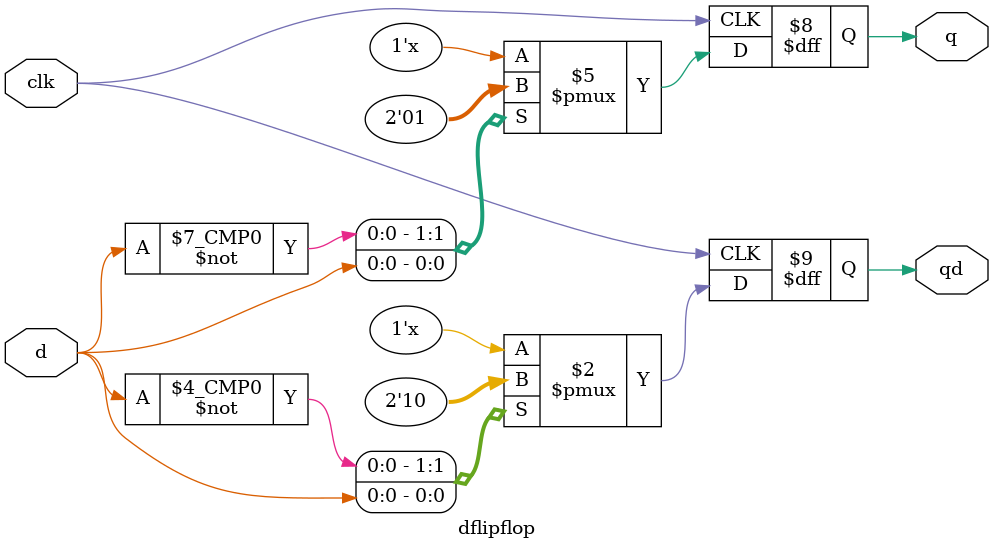
<source format=v>
`timescale 1ns / 1ps


module dflipflop(input clk,d,output reg q,qd);

always @(posedge clk)
case (d)
    0 :begin q = 0; qd = 1; end
    1 :begin q = 1; qd = 0; end 
 endcase
endmodule

</source>
